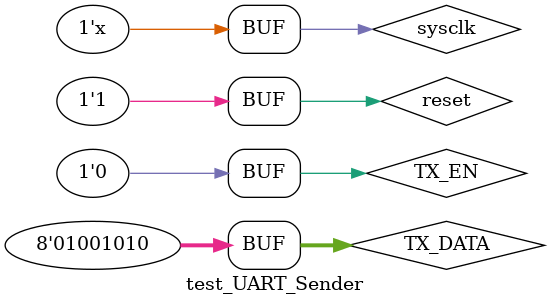
<source format=v>
`timescale 1ns / 1ps


module test_UART_Sender;

	// Inputs
	reg sysclk;
	wire brclk;
	UART_Baud_Rate_Generator UBRG(sysclk, reset, brclk);
	reg reset;
	reg [7:0] TX_DATA;
	reg TX_EN;

	// Outputs
	wire UART_TX;
	wire TX_STATUS;

	// Instantiate the Unit Under Test (UUT)
	UART_Sender uut (
		.sysclk(sysclk), 
		.brclk(brclk), 
		.reset(reset), 
		.TX_DATA(TX_DATA), 
		.TX_EN(TX_EN), 
		.UART_TX(UART_TX), 
		.TX_STATUS(TX_STATUS)
	);

	initial begin
		// Initialize Inputs
		sysclk = 0;
		reset = 0;
		TX_DATA = 0;
		TX_EN = 0;

		#200000;
      reset = 1;
		// Add stimulus here
		TX_DATA = 8'b01001010;
		#100000;
		TX_EN = 1;
		#10 TX_EN = 0;
		
		#2000000;
		TX_DATA = 8'b01001010;
		TX_EN = 1;
		#10 TX_EN = 0;
	end
	
	always #5 sysclk = ~sysclk;
      
endmodule

</source>
